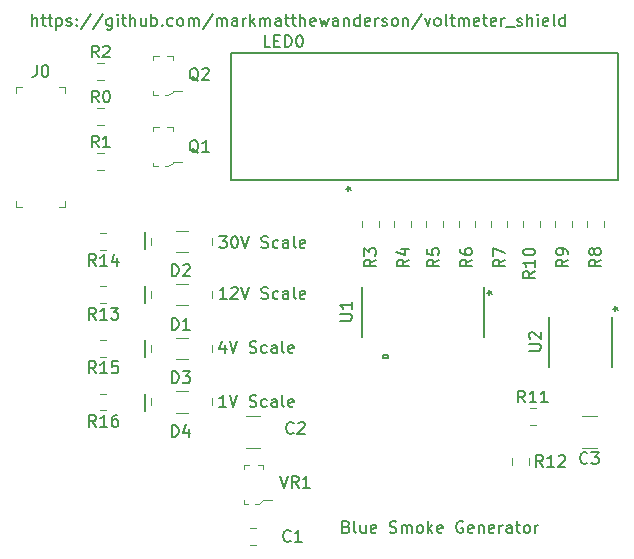
<source format=gbr>
%TF.GenerationSoftware,KiCad,Pcbnew,(5.1.6)-1*%
%TF.CreationDate,2020-09-19T20:41:12-05:00*%
%TF.ProjectId,voltmeter,766f6c74-6d65-4746-9572-2e6b69636164,rev?*%
%TF.SameCoordinates,Original*%
%TF.FileFunction,Legend,Top*%
%TF.FilePolarity,Positive*%
%FSLAX46Y46*%
G04 Gerber Fmt 4.6, Leading zero omitted, Abs format (unit mm)*
G04 Created by KiCad (PCBNEW (5.1.6)-1) date 2020-09-19 20:41:12*
%MOMM*%
%LPD*%
G01*
G04 APERTURE LIST*
%ADD10C,0.150000*%
%ADD11C,0.120000*%
%ADD12C,0.152400*%
%ADD13C,0.100000*%
G04 APERTURE END LIST*
D10*
X126984000Y-115082287D02*
X126984000Y-113653715D01*
X126984000Y-110510287D02*
X126984000Y-109081715D01*
X126984000Y-105938287D02*
X126984000Y-104509715D01*
X127000000Y-101369714D02*
X127000000Y-99941142D01*
X133239333Y-100290380D02*
X133858380Y-100290380D01*
X133525047Y-100671333D01*
X133667904Y-100671333D01*
X133763142Y-100718952D01*
X133810761Y-100766571D01*
X133858380Y-100861809D01*
X133858380Y-101099904D01*
X133810761Y-101195142D01*
X133763142Y-101242761D01*
X133667904Y-101290380D01*
X133382190Y-101290380D01*
X133286952Y-101242761D01*
X133239333Y-101195142D01*
X134477428Y-100290380D02*
X134572666Y-100290380D01*
X134667904Y-100338000D01*
X134715523Y-100385619D01*
X134763142Y-100480857D01*
X134810761Y-100671333D01*
X134810761Y-100909428D01*
X134763142Y-101099904D01*
X134715523Y-101195142D01*
X134667904Y-101242761D01*
X134572666Y-101290380D01*
X134477428Y-101290380D01*
X134382190Y-101242761D01*
X134334571Y-101195142D01*
X134286952Y-101099904D01*
X134239333Y-100909428D01*
X134239333Y-100671333D01*
X134286952Y-100480857D01*
X134334571Y-100385619D01*
X134382190Y-100338000D01*
X134477428Y-100290380D01*
X135096476Y-100290380D02*
X135429809Y-101290380D01*
X135763142Y-100290380D01*
X136810761Y-101242761D02*
X136953619Y-101290380D01*
X137191714Y-101290380D01*
X137286952Y-101242761D01*
X137334571Y-101195142D01*
X137382190Y-101099904D01*
X137382190Y-101004666D01*
X137334571Y-100909428D01*
X137286952Y-100861809D01*
X137191714Y-100814190D01*
X137001238Y-100766571D01*
X136906000Y-100718952D01*
X136858380Y-100671333D01*
X136810761Y-100576095D01*
X136810761Y-100480857D01*
X136858380Y-100385619D01*
X136906000Y-100338000D01*
X137001238Y-100290380D01*
X137239333Y-100290380D01*
X137382190Y-100338000D01*
X138239333Y-101242761D02*
X138144095Y-101290380D01*
X137953619Y-101290380D01*
X137858380Y-101242761D01*
X137810761Y-101195142D01*
X137763142Y-101099904D01*
X137763142Y-100814190D01*
X137810761Y-100718952D01*
X137858380Y-100671333D01*
X137953619Y-100623714D01*
X138144095Y-100623714D01*
X138239333Y-100671333D01*
X139096476Y-101290380D02*
X139096476Y-100766571D01*
X139048857Y-100671333D01*
X138953619Y-100623714D01*
X138763142Y-100623714D01*
X138667904Y-100671333D01*
X139096476Y-101242761D02*
X139001238Y-101290380D01*
X138763142Y-101290380D01*
X138667904Y-101242761D01*
X138620285Y-101147523D01*
X138620285Y-101052285D01*
X138667904Y-100957047D01*
X138763142Y-100909428D01*
X139001238Y-100909428D01*
X139096476Y-100861809D01*
X139715523Y-101290380D02*
X139620285Y-101242761D01*
X139572666Y-101147523D01*
X139572666Y-100290380D01*
X140477428Y-101242761D02*
X140382190Y-101290380D01*
X140191714Y-101290380D01*
X140096476Y-101242761D01*
X140048857Y-101147523D01*
X140048857Y-100766571D01*
X140096476Y-100671333D01*
X140191714Y-100623714D01*
X140382190Y-100623714D01*
X140477428Y-100671333D01*
X140525047Y-100766571D01*
X140525047Y-100861809D01*
X140048857Y-100957047D01*
X133858380Y-105608380D02*
X133286952Y-105608380D01*
X133572666Y-105608380D02*
X133572666Y-104608380D01*
X133477428Y-104751238D01*
X133382190Y-104846476D01*
X133286952Y-104894095D01*
X134239333Y-104703619D02*
X134286952Y-104656000D01*
X134382190Y-104608380D01*
X134620285Y-104608380D01*
X134715523Y-104656000D01*
X134763142Y-104703619D01*
X134810761Y-104798857D01*
X134810761Y-104894095D01*
X134763142Y-105036952D01*
X134191714Y-105608380D01*
X134810761Y-105608380D01*
X135096476Y-104608380D02*
X135429809Y-105608380D01*
X135763142Y-104608380D01*
X136810761Y-105560761D02*
X136953619Y-105608380D01*
X137191714Y-105608380D01*
X137286952Y-105560761D01*
X137334571Y-105513142D01*
X137382190Y-105417904D01*
X137382190Y-105322666D01*
X137334571Y-105227428D01*
X137286952Y-105179809D01*
X137191714Y-105132190D01*
X137001238Y-105084571D01*
X136906000Y-105036952D01*
X136858380Y-104989333D01*
X136810761Y-104894095D01*
X136810761Y-104798857D01*
X136858380Y-104703619D01*
X136906000Y-104656000D01*
X137001238Y-104608380D01*
X137239333Y-104608380D01*
X137382190Y-104656000D01*
X138239333Y-105560761D02*
X138144095Y-105608380D01*
X137953619Y-105608380D01*
X137858380Y-105560761D01*
X137810761Y-105513142D01*
X137763142Y-105417904D01*
X137763142Y-105132190D01*
X137810761Y-105036952D01*
X137858380Y-104989333D01*
X137953619Y-104941714D01*
X138144095Y-104941714D01*
X138239333Y-104989333D01*
X139096476Y-105608380D02*
X139096476Y-105084571D01*
X139048857Y-104989333D01*
X138953619Y-104941714D01*
X138763142Y-104941714D01*
X138667904Y-104989333D01*
X139096476Y-105560761D02*
X139001238Y-105608380D01*
X138763142Y-105608380D01*
X138667904Y-105560761D01*
X138620285Y-105465523D01*
X138620285Y-105370285D01*
X138667904Y-105275047D01*
X138763142Y-105227428D01*
X139001238Y-105227428D01*
X139096476Y-105179809D01*
X139715523Y-105608380D02*
X139620285Y-105560761D01*
X139572666Y-105465523D01*
X139572666Y-104608380D01*
X140477428Y-105560761D02*
X140382190Y-105608380D01*
X140191714Y-105608380D01*
X140096476Y-105560761D01*
X140048857Y-105465523D01*
X140048857Y-105084571D01*
X140096476Y-104989333D01*
X140191714Y-104941714D01*
X140382190Y-104941714D01*
X140477428Y-104989333D01*
X140525047Y-105084571D01*
X140525047Y-105179809D01*
X140048857Y-105275047D01*
X133731333Y-109513714D02*
X133731333Y-110180380D01*
X133493238Y-109132761D02*
X133255142Y-109847047D01*
X133874190Y-109847047D01*
X134112285Y-109180380D02*
X134445619Y-110180380D01*
X134778952Y-109180380D01*
X135826571Y-110132761D02*
X135969428Y-110180380D01*
X136207523Y-110180380D01*
X136302761Y-110132761D01*
X136350380Y-110085142D01*
X136398000Y-109989904D01*
X136398000Y-109894666D01*
X136350380Y-109799428D01*
X136302761Y-109751809D01*
X136207523Y-109704190D01*
X136017047Y-109656571D01*
X135921809Y-109608952D01*
X135874190Y-109561333D01*
X135826571Y-109466095D01*
X135826571Y-109370857D01*
X135874190Y-109275619D01*
X135921809Y-109228000D01*
X136017047Y-109180380D01*
X136255142Y-109180380D01*
X136398000Y-109228000D01*
X137255142Y-110132761D02*
X137159904Y-110180380D01*
X136969428Y-110180380D01*
X136874190Y-110132761D01*
X136826571Y-110085142D01*
X136778952Y-109989904D01*
X136778952Y-109704190D01*
X136826571Y-109608952D01*
X136874190Y-109561333D01*
X136969428Y-109513714D01*
X137159904Y-109513714D01*
X137255142Y-109561333D01*
X138112285Y-110180380D02*
X138112285Y-109656571D01*
X138064666Y-109561333D01*
X137969428Y-109513714D01*
X137778952Y-109513714D01*
X137683714Y-109561333D01*
X138112285Y-110132761D02*
X138017047Y-110180380D01*
X137778952Y-110180380D01*
X137683714Y-110132761D01*
X137636095Y-110037523D01*
X137636095Y-109942285D01*
X137683714Y-109847047D01*
X137778952Y-109799428D01*
X138017047Y-109799428D01*
X138112285Y-109751809D01*
X138731333Y-110180380D02*
X138636095Y-110132761D01*
X138588476Y-110037523D01*
X138588476Y-109180380D01*
X139493238Y-110132761D02*
X139398000Y-110180380D01*
X139207523Y-110180380D01*
X139112285Y-110132761D01*
X139064666Y-110037523D01*
X139064666Y-109656571D01*
X139112285Y-109561333D01*
X139207523Y-109513714D01*
X139398000Y-109513714D01*
X139493238Y-109561333D01*
X139540857Y-109656571D01*
X139540857Y-109751809D01*
X139064666Y-109847047D01*
X133826571Y-114752380D02*
X133255142Y-114752380D01*
X133540857Y-114752380D02*
X133540857Y-113752380D01*
X133445619Y-113895238D01*
X133350380Y-113990476D01*
X133255142Y-114038095D01*
X134112285Y-113752380D02*
X134445619Y-114752380D01*
X134778952Y-113752380D01*
X135826571Y-114704761D02*
X135969428Y-114752380D01*
X136207523Y-114752380D01*
X136302761Y-114704761D01*
X136350380Y-114657142D01*
X136398000Y-114561904D01*
X136398000Y-114466666D01*
X136350380Y-114371428D01*
X136302761Y-114323809D01*
X136207523Y-114276190D01*
X136017047Y-114228571D01*
X135921809Y-114180952D01*
X135874190Y-114133333D01*
X135826571Y-114038095D01*
X135826571Y-113942857D01*
X135874190Y-113847619D01*
X135921809Y-113800000D01*
X136017047Y-113752380D01*
X136255142Y-113752380D01*
X136398000Y-113800000D01*
X137255142Y-114704761D02*
X137159904Y-114752380D01*
X136969428Y-114752380D01*
X136874190Y-114704761D01*
X136826571Y-114657142D01*
X136778952Y-114561904D01*
X136778952Y-114276190D01*
X136826571Y-114180952D01*
X136874190Y-114133333D01*
X136969428Y-114085714D01*
X137159904Y-114085714D01*
X137255142Y-114133333D01*
X138112285Y-114752380D02*
X138112285Y-114228571D01*
X138064666Y-114133333D01*
X137969428Y-114085714D01*
X137778952Y-114085714D01*
X137683714Y-114133333D01*
X138112285Y-114704761D02*
X138017047Y-114752380D01*
X137778952Y-114752380D01*
X137683714Y-114704761D01*
X137636095Y-114609523D01*
X137636095Y-114514285D01*
X137683714Y-114419047D01*
X137778952Y-114371428D01*
X138017047Y-114371428D01*
X138112285Y-114323809D01*
X138731333Y-114752380D02*
X138636095Y-114704761D01*
X138588476Y-114609523D01*
X138588476Y-113752380D01*
X139493238Y-114704761D02*
X139398000Y-114752380D01*
X139207523Y-114752380D01*
X139112285Y-114704761D01*
X139064666Y-114609523D01*
X139064666Y-114228571D01*
X139112285Y-114133333D01*
X139207523Y-114085714D01*
X139398000Y-114085714D01*
X139493238Y-114133333D01*
X139540857Y-114228571D01*
X139540857Y-114323809D01*
X139064666Y-114419047D01*
X117406380Y-82494380D02*
X117406380Y-81494380D01*
X117834952Y-82494380D02*
X117834952Y-81970571D01*
X117787333Y-81875333D01*
X117692095Y-81827714D01*
X117549238Y-81827714D01*
X117454000Y-81875333D01*
X117406380Y-81922952D01*
X118168285Y-81827714D02*
X118549238Y-81827714D01*
X118311142Y-81494380D02*
X118311142Y-82351523D01*
X118358761Y-82446761D01*
X118454000Y-82494380D01*
X118549238Y-82494380D01*
X118739714Y-81827714D02*
X119120666Y-81827714D01*
X118882571Y-81494380D02*
X118882571Y-82351523D01*
X118930190Y-82446761D01*
X119025428Y-82494380D01*
X119120666Y-82494380D01*
X119454000Y-81827714D02*
X119454000Y-82827714D01*
X119454000Y-81875333D02*
X119549238Y-81827714D01*
X119739714Y-81827714D01*
X119834952Y-81875333D01*
X119882571Y-81922952D01*
X119930190Y-82018190D01*
X119930190Y-82303904D01*
X119882571Y-82399142D01*
X119834952Y-82446761D01*
X119739714Y-82494380D01*
X119549238Y-82494380D01*
X119454000Y-82446761D01*
X120311142Y-82446761D02*
X120406380Y-82494380D01*
X120596857Y-82494380D01*
X120692095Y-82446761D01*
X120739714Y-82351523D01*
X120739714Y-82303904D01*
X120692095Y-82208666D01*
X120596857Y-82161047D01*
X120454000Y-82161047D01*
X120358761Y-82113428D01*
X120311142Y-82018190D01*
X120311142Y-81970571D01*
X120358761Y-81875333D01*
X120454000Y-81827714D01*
X120596857Y-81827714D01*
X120692095Y-81875333D01*
X121168285Y-82399142D02*
X121215904Y-82446761D01*
X121168285Y-82494380D01*
X121120666Y-82446761D01*
X121168285Y-82399142D01*
X121168285Y-82494380D01*
X121168285Y-81875333D02*
X121215904Y-81922952D01*
X121168285Y-81970571D01*
X121120666Y-81922952D01*
X121168285Y-81875333D01*
X121168285Y-81970571D01*
X122358761Y-81446761D02*
X121501619Y-82732476D01*
X123406380Y-81446761D02*
X122549238Y-82732476D01*
X124168285Y-81827714D02*
X124168285Y-82637238D01*
X124120666Y-82732476D01*
X124073047Y-82780095D01*
X123977809Y-82827714D01*
X123834952Y-82827714D01*
X123739714Y-82780095D01*
X124168285Y-82446761D02*
X124073047Y-82494380D01*
X123882571Y-82494380D01*
X123787333Y-82446761D01*
X123739714Y-82399142D01*
X123692095Y-82303904D01*
X123692095Y-82018190D01*
X123739714Y-81922952D01*
X123787333Y-81875333D01*
X123882571Y-81827714D01*
X124073047Y-81827714D01*
X124168285Y-81875333D01*
X124644476Y-82494380D02*
X124644476Y-81827714D01*
X124644476Y-81494380D02*
X124596857Y-81542000D01*
X124644476Y-81589619D01*
X124692095Y-81542000D01*
X124644476Y-81494380D01*
X124644476Y-81589619D01*
X124977809Y-81827714D02*
X125358761Y-81827714D01*
X125120666Y-81494380D02*
X125120666Y-82351523D01*
X125168285Y-82446761D01*
X125263523Y-82494380D01*
X125358761Y-82494380D01*
X125692095Y-82494380D02*
X125692095Y-81494380D01*
X126120666Y-82494380D02*
X126120666Y-81970571D01*
X126073047Y-81875333D01*
X125977809Y-81827714D01*
X125834952Y-81827714D01*
X125739714Y-81875333D01*
X125692095Y-81922952D01*
X127025428Y-81827714D02*
X127025428Y-82494380D01*
X126596857Y-81827714D02*
X126596857Y-82351523D01*
X126644476Y-82446761D01*
X126739714Y-82494380D01*
X126882571Y-82494380D01*
X126977809Y-82446761D01*
X127025428Y-82399142D01*
X127501619Y-82494380D02*
X127501619Y-81494380D01*
X127501619Y-81875333D02*
X127596857Y-81827714D01*
X127787333Y-81827714D01*
X127882571Y-81875333D01*
X127930190Y-81922952D01*
X127977809Y-82018190D01*
X127977809Y-82303904D01*
X127930190Y-82399142D01*
X127882571Y-82446761D01*
X127787333Y-82494380D01*
X127596857Y-82494380D01*
X127501619Y-82446761D01*
X128406380Y-82399142D02*
X128454000Y-82446761D01*
X128406380Y-82494380D01*
X128358761Y-82446761D01*
X128406380Y-82399142D01*
X128406380Y-82494380D01*
X129311142Y-82446761D02*
X129215904Y-82494380D01*
X129025428Y-82494380D01*
X128930190Y-82446761D01*
X128882571Y-82399142D01*
X128834952Y-82303904D01*
X128834952Y-82018190D01*
X128882571Y-81922952D01*
X128930190Y-81875333D01*
X129025428Y-81827714D01*
X129215904Y-81827714D01*
X129311142Y-81875333D01*
X129882571Y-82494380D02*
X129787333Y-82446761D01*
X129739714Y-82399142D01*
X129692095Y-82303904D01*
X129692095Y-82018190D01*
X129739714Y-81922952D01*
X129787333Y-81875333D01*
X129882571Y-81827714D01*
X130025428Y-81827714D01*
X130120666Y-81875333D01*
X130168285Y-81922952D01*
X130215904Y-82018190D01*
X130215904Y-82303904D01*
X130168285Y-82399142D01*
X130120666Y-82446761D01*
X130025428Y-82494380D01*
X129882571Y-82494380D01*
X130644476Y-82494380D02*
X130644476Y-81827714D01*
X130644476Y-81922952D02*
X130692095Y-81875333D01*
X130787333Y-81827714D01*
X130930190Y-81827714D01*
X131025428Y-81875333D01*
X131073047Y-81970571D01*
X131073047Y-82494380D01*
X131073047Y-81970571D02*
X131120666Y-81875333D01*
X131215904Y-81827714D01*
X131358761Y-81827714D01*
X131454000Y-81875333D01*
X131501619Y-81970571D01*
X131501619Y-82494380D01*
X132692095Y-81446761D02*
X131834952Y-82732476D01*
X133025428Y-82494380D02*
X133025428Y-81827714D01*
X133025428Y-81922952D02*
X133073047Y-81875333D01*
X133168285Y-81827714D01*
X133311142Y-81827714D01*
X133406380Y-81875333D01*
X133454000Y-81970571D01*
X133454000Y-82494380D01*
X133454000Y-81970571D02*
X133501619Y-81875333D01*
X133596857Y-81827714D01*
X133739714Y-81827714D01*
X133834952Y-81875333D01*
X133882571Y-81970571D01*
X133882571Y-82494380D01*
X134787333Y-82494380D02*
X134787333Y-81970571D01*
X134739714Y-81875333D01*
X134644476Y-81827714D01*
X134454000Y-81827714D01*
X134358761Y-81875333D01*
X134787333Y-82446761D02*
X134692095Y-82494380D01*
X134454000Y-82494380D01*
X134358761Y-82446761D01*
X134311142Y-82351523D01*
X134311142Y-82256285D01*
X134358761Y-82161047D01*
X134454000Y-82113428D01*
X134692095Y-82113428D01*
X134787333Y-82065809D01*
X135263523Y-82494380D02*
X135263523Y-81827714D01*
X135263523Y-82018190D02*
X135311142Y-81922952D01*
X135358761Y-81875333D01*
X135454000Y-81827714D01*
X135549238Y-81827714D01*
X135882571Y-82494380D02*
X135882571Y-81494380D01*
X135977809Y-82113428D02*
X136263523Y-82494380D01*
X136263523Y-81827714D02*
X135882571Y-82208666D01*
X136692095Y-82494380D02*
X136692095Y-81827714D01*
X136692095Y-81922952D02*
X136739714Y-81875333D01*
X136834952Y-81827714D01*
X136977809Y-81827714D01*
X137073047Y-81875333D01*
X137120666Y-81970571D01*
X137120666Y-82494380D01*
X137120666Y-81970571D02*
X137168285Y-81875333D01*
X137263523Y-81827714D01*
X137406380Y-81827714D01*
X137501619Y-81875333D01*
X137549238Y-81970571D01*
X137549238Y-82494380D01*
X138454000Y-82494380D02*
X138454000Y-81970571D01*
X138406380Y-81875333D01*
X138311142Y-81827714D01*
X138120666Y-81827714D01*
X138025428Y-81875333D01*
X138454000Y-82446761D02*
X138358761Y-82494380D01*
X138120666Y-82494380D01*
X138025428Y-82446761D01*
X137977809Y-82351523D01*
X137977809Y-82256285D01*
X138025428Y-82161047D01*
X138120666Y-82113428D01*
X138358761Y-82113428D01*
X138454000Y-82065809D01*
X138787333Y-81827714D02*
X139168285Y-81827714D01*
X138930190Y-81494380D02*
X138930190Y-82351523D01*
X138977809Y-82446761D01*
X139073047Y-82494380D01*
X139168285Y-82494380D01*
X139358761Y-81827714D02*
X139739714Y-81827714D01*
X139501619Y-81494380D02*
X139501619Y-82351523D01*
X139549238Y-82446761D01*
X139644476Y-82494380D01*
X139739714Y-82494380D01*
X140073047Y-82494380D02*
X140073047Y-81494380D01*
X140501619Y-82494380D02*
X140501619Y-81970571D01*
X140454000Y-81875333D01*
X140358761Y-81827714D01*
X140215904Y-81827714D01*
X140120666Y-81875333D01*
X140073047Y-81922952D01*
X141358761Y-82446761D02*
X141263523Y-82494380D01*
X141073047Y-82494380D01*
X140977809Y-82446761D01*
X140930190Y-82351523D01*
X140930190Y-81970571D01*
X140977809Y-81875333D01*
X141073047Y-81827714D01*
X141263523Y-81827714D01*
X141358761Y-81875333D01*
X141406380Y-81970571D01*
X141406380Y-82065809D01*
X140930190Y-82161047D01*
X141739714Y-81827714D02*
X141930190Y-82494380D01*
X142120666Y-82018190D01*
X142311142Y-82494380D01*
X142501619Y-81827714D01*
X143311142Y-82494380D02*
X143311142Y-81970571D01*
X143263523Y-81875333D01*
X143168285Y-81827714D01*
X142977809Y-81827714D01*
X142882571Y-81875333D01*
X143311142Y-82446761D02*
X143215904Y-82494380D01*
X142977809Y-82494380D01*
X142882571Y-82446761D01*
X142834952Y-82351523D01*
X142834952Y-82256285D01*
X142882571Y-82161047D01*
X142977809Y-82113428D01*
X143215904Y-82113428D01*
X143311142Y-82065809D01*
X143787333Y-81827714D02*
X143787333Y-82494380D01*
X143787333Y-81922952D02*
X143834952Y-81875333D01*
X143930190Y-81827714D01*
X144073047Y-81827714D01*
X144168285Y-81875333D01*
X144215904Y-81970571D01*
X144215904Y-82494380D01*
X145120666Y-82494380D02*
X145120666Y-81494380D01*
X145120666Y-82446761D02*
X145025428Y-82494380D01*
X144834952Y-82494380D01*
X144739714Y-82446761D01*
X144692095Y-82399142D01*
X144644476Y-82303904D01*
X144644476Y-82018190D01*
X144692095Y-81922952D01*
X144739714Y-81875333D01*
X144834952Y-81827714D01*
X145025428Y-81827714D01*
X145120666Y-81875333D01*
X145977809Y-82446761D02*
X145882571Y-82494380D01*
X145692095Y-82494380D01*
X145596857Y-82446761D01*
X145549238Y-82351523D01*
X145549238Y-81970571D01*
X145596857Y-81875333D01*
X145692095Y-81827714D01*
X145882571Y-81827714D01*
X145977809Y-81875333D01*
X146025428Y-81970571D01*
X146025428Y-82065809D01*
X145549238Y-82161047D01*
X146454000Y-82494380D02*
X146454000Y-81827714D01*
X146454000Y-82018190D02*
X146501619Y-81922952D01*
X146549238Y-81875333D01*
X146644476Y-81827714D01*
X146739714Y-81827714D01*
X147025428Y-82446761D02*
X147120666Y-82494380D01*
X147311142Y-82494380D01*
X147406380Y-82446761D01*
X147454000Y-82351523D01*
X147454000Y-82303904D01*
X147406380Y-82208666D01*
X147311142Y-82161047D01*
X147168285Y-82161047D01*
X147073047Y-82113428D01*
X147025428Y-82018190D01*
X147025428Y-81970571D01*
X147073047Y-81875333D01*
X147168285Y-81827714D01*
X147311142Y-81827714D01*
X147406380Y-81875333D01*
X148025428Y-82494380D02*
X147930190Y-82446761D01*
X147882571Y-82399142D01*
X147834952Y-82303904D01*
X147834952Y-82018190D01*
X147882571Y-81922952D01*
X147930190Y-81875333D01*
X148025428Y-81827714D01*
X148168285Y-81827714D01*
X148263523Y-81875333D01*
X148311142Y-81922952D01*
X148358761Y-82018190D01*
X148358761Y-82303904D01*
X148311142Y-82399142D01*
X148263523Y-82446761D01*
X148168285Y-82494380D01*
X148025428Y-82494380D01*
X148787333Y-81827714D02*
X148787333Y-82494380D01*
X148787333Y-81922952D02*
X148834952Y-81875333D01*
X148930190Y-81827714D01*
X149073047Y-81827714D01*
X149168285Y-81875333D01*
X149215904Y-81970571D01*
X149215904Y-82494380D01*
X150406380Y-81446761D02*
X149549238Y-82732476D01*
X150644476Y-81827714D02*
X150882571Y-82494380D01*
X151120666Y-81827714D01*
X151644476Y-82494380D02*
X151549238Y-82446761D01*
X151501619Y-82399142D01*
X151454000Y-82303904D01*
X151454000Y-82018190D01*
X151501619Y-81922952D01*
X151549238Y-81875333D01*
X151644476Y-81827714D01*
X151787333Y-81827714D01*
X151882571Y-81875333D01*
X151930190Y-81922952D01*
X151977809Y-82018190D01*
X151977809Y-82303904D01*
X151930190Y-82399142D01*
X151882571Y-82446761D01*
X151787333Y-82494380D01*
X151644476Y-82494380D01*
X152549238Y-82494380D02*
X152454000Y-82446761D01*
X152406380Y-82351523D01*
X152406380Y-81494380D01*
X152787333Y-81827714D02*
X153168285Y-81827714D01*
X152930190Y-81494380D02*
X152930190Y-82351523D01*
X152977809Y-82446761D01*
X153073047Y-82494380D01*
X153168285Y-82494380D01*
X153501619Y-82494380D02*
X153501619Y-81827714D01*
X153501619Y-81922952D02*
X153549238Y-81875333D01*
X153644476Y-81827714D01*
X153787333Y-81827714D01*
X153882571Y-81875333D01*
X153930190Y-81970571D01*
X153930190Y-82494380D01*
X153930190Y-81970571D02*
X153977809Y-81875333D01*
X154073047Y-81827714D01*
X154215904Y-81827714D01*
X154311142Y-81875333D01*
X154358761Y-81970571D01*
X154358761Y-82494380D01*
X155215904Y-82446761D02*
X155120666Y-82494380D01*
X154930190Y-82494380D01*
X154834952Y-82446761D01*
X154787333Y-82351523D01*
X154787333Y-81970571D01*
X154834952Y-81875333D01*
X154930190Y-81827714D01*
X155120666Y-81827714D01*
X155215904Y-81875333D01*
X155263523Y-81970571D01*
X155263523Y-82065809D01*
X154787333Y-82161047D01*
X155549238Y-81827714D02*
X155930190Y-81827714D01*
X155692095Y-81494380D02*
X155692095Y-82351523D01*
X155739714Y-82446761D01*
X155834952Y-82494380D01*
X155930190Y-82494380D01*
X156644476Y-82446761D02*
X156549238Y-82494380D01*
X156358761Y-82494380D01*
X156263523Y-82446761D01*
X156215904Y-82351523D01*
X156215904Y-81970571D01*
X156263523Y-81875333D01*
X156358761Y-81827714D01*
X156549238Y-81827714D01*
X156644476Y-81875333D01*
X156692095Y-81970571D01*
X156692095Y-82065809D01*
X156215904Y-82161047D01*
X157120666Y-82494380D02*
X157120666Y-81827714D01*
X157120666Y-82018190D02*
X157168285Y-81922952D01*
X157215904Y-81875333D01*
X157311142Y-81827714D01*
X157406380Y-81827714D01*
X157501619Y-82589619D02*
X158263523Y-82589619D01*
X158454000Y-82446761D02*
X158549238Y-82494380D01*
X158739714Y-82494380D01*
X158834952Y-82446761D01*
X158882571Y-82351523D01*
X158882571Y-82303904D01*
X158834952Y-82208666D01*
X158739714Y-82161047D01*
X158596857Y-82161047D01*
X158501619Y-82113428D01*
X158454000Y-82018190D01*
X158454000Y-81970571D01*
X158501619Y-81875333D01*
X158596857Y-81827714D01*
X158739714Y-81827714D01*
X158834952Y-81875333D01*
X159311142Y-82494380D02*
X159311142Y-81494380D01*
X159739714Y-82494380D02*
X159739714Y-81970571D01*
X159692095Y-81875333D01*
X159596857Y-81827714D01*
X159454000Y-81827714D01*
X159358761Y-81875333D01*
X159311142Y-81922952D01*
X160215904Y-82494380D02*
X160215904Y-81827714D01*
X160215904Y-81494380D02*
X160168285Y-81542000D01*
X160215904Y-81589619D01*
X160263523Y-81542000D01*
X160215904Y-81494380D01*
X160215904Y-81589619D01*
X161073047Y-82446761D02*
X160977809Y-82494380D01*
X160787333Y-82494380D01*
X160692095Y-82446761D01*
X160644476Y-82351523D01*
X160644476Y-81970571D01*
X160692095Y-81875333D01*
X160787333Y-81827714D01*
X160977809Y-81827714D01*
X161073047Y-81875333D01*
X161120666Y-81970571D01*
X161120666Y-82065809D01*
X160644476Y-82161047D01*
X161692095Y-82494380D02*
X161596857Y-82446761D01*
X161549238Y-82351523D01*
X161549238Y-81494380D01*
X162501619Y-82494380D02*
X162501619Y-81494380D01*
X162501619Y-82446761D02*
X162406380Y-82494380D01*
X162215904Y-82494380D01*
X162120666Y-82446761D01*
X162073047Y-82399142D01*
X162025428Y-82303904D01*
X162025428Y-82018190D01*
X162073047Y-81922952D01*
X162120666Y-81875333D01*
X162215904Y-81827714D01*
X162406380Y-81827714D01*
X162501619Y-81875333D01*
X144011047Y-124896571D02*
X144153904Y-124944190D01*
X144201523Y-124991809D01*
X144249142Y-125087047D01*
X144249142Y-125229904D01*
X144201523Y-125325142D01*
X144153904Y-125372761D01*
X144058666Y-125420380D01*
X143677714Y-125420380D01*
X143677714Y-124420380D01*
X144011047Y-124420380D01*
X144106285Y-124468000D01*
X144153904Y-124515619D01*
X144201523Y-124610857D01*
X144201523Y-124706095D01*
X144153904Y-124801333D01*
X144106285Y-124848952D01*
X144011047Y-124896571D01*
X143677714Y-124896571D01*
X144820571Y-125420380D02*
X144725333Y-125372761D01*
X144677714Y-125277523D01*
X144677714Y-124420380D01*
X145630095Y-124753714D02*
X145630095Y-125420380D01*
X145201523Y-124753714D02*
X145201523Y-125277523D01*
X145249142Y-125372761D01*
X145344380Y-125420380D01*
X145487238Y-125420380D01*
X145582476Y-125372761D01*
X145630095Y-125325142D01*
X146487238Y-125372761D02*
X146392000Y-125420380D01*
X146201523Y-125420380D01*
X146106285Y-125372761D01*
X146058666Y-125277523D01*
X146058666Y-124896571D01*
X146106285Y-124801333D01*
X146201523Y-124753714D01*
X146392000Y-124753714D01*
X146487238Y-124801333D01*
X146534857Y-124896571D01*
X146534857Y-124991809D01*
X146058666Y-125087047D01*
X147677714Y-125372761D02*
X147820571Y-125420380D01*
X148058666Y-125420380D01*
X148153904Y-125372761D01*
X148201523Y-125325142D01*
X148249142Y-125229904D01*
X148249142Y-125134666D01*
X148201523Y-125039428D01*
X148153904Y-124991809D01*
X148058666Y-124944190D01*
X147868190Y-124896571D01*
X147772952Y-124848952D01*
X147725333Y-124801333D01*
X147677714Y-124706095D01*
X147677714Y-124610857D01*
X147725333Y-124515619D01*
X147772952Y-124468000D01*
X147868190Y-124420380D01*
X148106285Y-124420380D01*
X148249142Y-124468000D01*
X148677714Y-125420380D02*
X148677714Y-124753714D01*
X148677714Y-124848952D02*
X148725333Y-124801333D01*
X148820571Y-124753714D01*
X148963428Y-124753714D01*
X149058666Y-124801333D01*
X149106285Y-124896571D01*
X149106285Y-125420380D01*
X149106285Y-124896571D02*
X149153904Y-124801333D01*
X149249142Y-124753714D01*
X149392000Y-124753714D01*
X149487238Y-124801333D01*
X149534857Y-124896571D01*
X149534857Y-125420380D01*
X150153904Y-125420380D02*
X150058666Y-125372761D01*
X150011047Y-125325142D01*
X149963428Y-125229904D01*
X149963428Y-124944190D01*
X150011047Y-124848952D01*
X150058666Y-124801333D01*
X150153904Y-124753714D01*
X150296761Y-124753714D01*
X150392000Y-124801333D01*
X150439619Y-124848952D01*
X150487238Y-124944190D01*
X150487238Y-125229904D01*
X150439619Y-125325142D01*
X150392000Y-125372761D01*
X150296761Y-125420380D01*
X150153904Y-125420380D01*
X150915809Y-125420380D02*
X150915809Y-124420380D01*
X151011047Y-125039428D02*
X151296761Y-125420380D01*
X151296761Y-124753714D02*
X150915809Y-125134666D01*
X152106285Y-125372761D02*
X152011047Y-125420380D01*
X151820571Y-125420380D01*
X151725333Y-125372761D01*
X151677714Y-125277523D01*
X151677714Y-124896571D01*
X151725333Y-124801333D01*
X151820571Y-124753714D01*
X152011047Y-124753714D01*
X152106285Y-124801333D01*
X152153904Y-124896571D01*
X152153904Y-124991809D01*
X151677714Y-125087047D01*
X153868190Y-124468000D02*
X153772952Y-124420380D01*
X153630095Y-124420380D01*
X153487238Y-124468000D01*
X153392000Y-124563238D01*
X153344380Y-124658476D01*
X153296761Y-124848952D01*
X153296761Y-124991809D01*
X153344380Y-125182285D01*
X153392000Y-125277523D01*
X153487238Y-125372761D01*
X153630095Y-125420380D01*
X153725333Y-125420380D01*
X153868190Y-125372761D01*
X153915809Y-125325142D01*
X153915809Y-124991809D01*
X153725333Y-124991809D01*
X154725333Y-125372761D02*
X154630095Y-125420380D01*
X154439619Y-125420380D01*
X154344380Y-125372761D01*
X154296761Y-125277523D01*
X154296761Y-124896571D01*
X154344380Y-124801333D01*
X154439619Y-124753714D01*
X154630095Y-124753714D01*
X154725333Y-124801333D01*
X154772952Y-124896571D01*
X154772952Y-124991809D01*
X154296761Y-125087047D01*
X155201523Y-124753714D02*
X155201523Y-125420380D01*
X155201523Y-124848952D02*
X155249142Y-124801333D01*
X155344380Y-124753714D01*
X155487238Y-124753714D01*
X155582476Y-124801333D01*
X155630095Y-124896571D01*
X155630095Y-125420380D01*
X156487238Y-125372761D02*
X156392000Y-125420380D01*
X156201523Y-125420380D01*
X156106285Y-125372761D01*
X156058666Y-125277523D01*
X156058666Y-124896571D01*
X156106285Y-124801333D01*
X156201523Y-124753714D01*
X156392000Y-124753714D01*
X156487238Y-124801333D01*
X156534857Y-124896571D01*
X156534857Y-124991809D01*
X156058666Y-125087047D01*
X156963428Y-125420380D02*
X156963428Y-124753714D01*
X156963428Y-124944190D02*
X157011047Y-124848952D01*
X157058666Y-124801333D01*
X157153904Y-124753714D01*
X157249142Y-124753714D01*
X158011047Y-125420380D02*
X158011047Y-124896571D01*
X157963428Y-124801333D01*
X157868190Y-124753714D01*
X157677714Y-124753714D01*
X157582476Y-124801333D01*
X158011047Y-125372761D02*
X157915809Y-125420380D01*
X157677714Y-125420380D01*
X157582476Y-125372761D01*
X157534857Y-125277523D01*
X157534857Y-125182285D01*
X157582476Y-125087047D01*
X157677714Y-125039428D01*
X157915809Y-125039428D01*
X158011047Y-124991809D01*
X158344380Y-124753714D02*
X158725333Y-124753714D01*
X158487238Y-124420380D02*
X158487238Y-125277523D01*
X158534857Y-125372761D01*
X158630095Y-125420380D01*
X158725333Y-125420380D01*
X159201523Y-125420380D02*
X159106285Y-125372761D01*
X159058666Y-125325142D01*
X159011047Y-125229904D01*
X159011047Y-124944190D01*
X159058666Y-124848952D01*
X159106285Y-124801333D01*
X159201523Y-124753714D01*
X159344380Y-124753714D01*
X159439619Y-124801333D01*
X159487238Y-124848952D01*
X159534857Y-124944190D01*
X159534857Y-125229904D01*
X159487238Y-125325142D01*
X159439619Y-125372761D01*
X159344380Y-125420380D01*
X159201523Y-125420380D01*
X159963428Y-125420380D02*
X159963428Y-124753714D01*
X159963428Y-124944190D02*
X160011047Y-124848952D01*
X160058666Y-124801333D01*
X160153904Y-124753714D01*
X160249142Y-124753714D01*
D11*
%TO.C,C3*%
X165185064Y-118200000D02*
X163980936Y-118200000D01*
X165185064Y-115480000D02*
X163980936Y-115480000D01*
%TO.C,C2*%
X136713065Y-118200000D02*
X135508937Y-118200000D01*
X136713065Y-115480000D02*
X135508937Y-115480000D01*
D12*
%TO.C,LED0*%
X166979600Y-95516700D02*
X166979600Y-84823300D01*
X166979600Y-84823300D02*
X134264400Y-84823300D01*
X134264400Y-84823300D02*
X134264400Y-95516700D01*
X134264400Y-95516700D02*
X166979600Y-95516700D01*
D13*
%TO.C,VR1*%
X136311001Y-122935000D02*
X136586001Y-122935000D01*
X136586001Y-122935000D02*
X136961001Y-122660000D01*
X136961001Y-122660000D02*
X136961001Y-122610000D01*
X136961001Y-122610000D02*
X137736001Y-122610000D01*
X136486001Y-119635000D02*
X136961001Y-119635000D01*
X136961001Y-119635000D02*
X136961001Y-119985000D01*
X135311001Y-119860000D02*
X135311001Y-119985000D01*
X135311001Y-119935000D02*
X135311001Y-119635000D01*
X135311001Y-119635000D02*
X135761001Y-119635000D01*
X135686001Y-122935000D02*
X135311001Y-122935000D01*
X135311001Y-122935000D02*
X135311001Y-122635000D01*
D12*
%TO.C,U2*%
X161201100Y-107099100D02*
X161201100Y-111340900D01*
X166458900Y-111340900D02*
X166458900Y-107099100D01*
%TO.C,U1*%
X145364200Y-104559100D02*
X145364200Y-108800900D01*
X155625800Y-108800900D02*
X155625800Y-104559100D01*
X147510500Y-110642400D02*
X147129500Y-110642400D01*
X147129500Y-110642400D02*
X147129500Y-110388400D01*
X147129500Y-110388400D02*
X147510500Y-110388400D01*
X147510500Y-110388400D02*
X147510500Y-110642400D01*
D11*
%TO.C,R16*%
X123696252Y-115041902D02*
X123173748Y-115041902D01*
X123696252Y-113621902D02*
X123173748Y-113621902D01*
%TO.C,R15*%
X123696252Y-110505077D02*
X123173748Y-110505077D01*
X123696252Y-109085077D02*
X123173748Y-109085077D01*
%TO.C,R14*%
X123696252Y-101431427D02*
X123173748Y-101431427D01*
X123696252Y-100011427D02*
X123173748Y-100011427D01*
%TO.C,R13*%
X123696252Y-105968252D02*
X123173748Y-105968252D01*
X123696252Y-104548252D02*
X123173748Y-104548252D01*
%TO.C,R12*%
X159460000Y-119118748D02*
X159460000Y-119641252D01*
X158040000Y-119118748D02*
X158040000Y-119641252D01*
%TO.C,R11*%
X159513748Y-114860000D02*
X160036252Y-114860000D01*
X159513748Y-116280000D02*
X160036252Y-116280000D01*
%TO.C,R10*%
X160367140Y-99023748D02*
X160367140Y-99546252D01*
X158947140Y-99023748D02*
X158947140Y-99546252D01*
%TO.C,R9*%
X163088568Y-99023748D02*
X163088568Y-99546252D01*
X161668568Y-99023748D02*
X161668568Y-99546252D01*
%TO.C,R8*%
X165810000Y-99023748D02*
X165810000Y-99546252D01*
X164390000Y-99023748D02*
X164390000Y-99546252D01*
%TO.C,R7*%
X157645712Y-99023748D02*
X157645712Y-99546252D01*
X156225712Y-99023748D02*
X156225712Y-99546252D01*
%TO.C,R6*%
X154924284Y-99023748D02*
X154924284Y-99546252D01*
X153504284Y-99023748D02*
X153504284Y-99546252D01*
%TO.C,R5*%
X152202856Y-99023748D02*
X152202856Y-99546252D01*
X150782856Y-99023748D02*
X150782856Y-99546252D01*
%TO.C,R4*%
X149481428Y-99023748D02*
X149481428Y-99546252D01*
X148061428Y-99023748D02*
X148061428Y-99546252D01*
%TO.C,R3*%
X146760000Y-99023748D02*
X146760000Y-99546252D01*
X145340000Y-99023748D02*
X145340000Y-99546252D01*
%TO.C,R2*%
X122928748Y-85650000D02*
X123451252Y-85650000D01*
X122928748Y-87070000D02*
X123451252Y-87070000D01*
%TO.C,R1*%
X122928748Y-93270000D02*
X123451252Y-93270000D01*
X122928748Y-94690000D02*
X123451252Y-94690000D01*
%TO.C,R0*%
X122928748Y-89460000D02*
X123451252Y-89460000D01*
X122928748Y-90880000D02*
X123451252Y-90880000D01*
D13*
%TO.C,Q2*%
X128665000Y-88330000D02*
X128940000Y-88330000D01*
X128940000Y-88330000D02*
X129315000Y-88055000D01*
X129315000Y-88055000D02*
X129315000Y-88005000D01*
X129315000Y-88005000D02*
X130090000Y-88005000D01*
X128840000Y-85030000D02*
X129315000Y-85030000D01*
X129315000Y-85030000D02*
X129315000Y-85380000D01*
X127665000Y-85255000D02*
X127665000Y-85380000D01*
X127665000Y-85330000D02*
X127665000Y-85030000D01*
X127665000Y-85030000D02*
X128115000Y-85030000D01*
X128040000Y-88330000D02*
X127665000Y-88330000D01*
X127665000Y-88330000D02*
X127665000Y-88030000D01*
%TO.C,Q1*%
X128665000Y-94360000D02*
X128940000Y-94360000D01*
X128940000Y-94360000D02*
X129315000Y-94085000D01*
X129315000Y-94085000D02*
X129315000Y-94035000D01*
X129315000Y-94035000D02*
X130090000Y-94035000D01*
X128840000Y-91060000D02*
X129315000Y-91060000D01*
X129315000Y-91060000D02*
X129315000Y-91410000D01*
X127665000Y-91285000D02*
X127665000Y-91410000D01*
X127665000Y-91360000D02*
X127665000Y-91060000D01*
X127665000Y-91060000D02*
X128115000Y-91060000D01*
X128040000Y-94360000D02*
X127665000Y-94360000D01*
X127665000Y-94360000D02*
X127665000Y-94060000D01*
%TO.C,J0*%
X116010000Y-97850000D02*
X116510000Y-97850000D01*
X116010000Y-97850000D02*
X116010000Y-97350000D01*
X120210000Y-97850000D02*
X119710000Y-97850000D01*
X120210000Y-97850000D02*
X120210000Y-97350000D01*
X120210000Y-87650000D02*
X120210000Y-88150000D01*
X120210000Y-87650000D02*
X119710000Y-87650000D01*
X116010000Y-87650000D02*
X116510000Y-87650000D01*
X116010000Y-87650000D02*
X116010000Y-88150000D01*
%TO.C,D4*%
X127470000Y-114631902D02*
X127470000Y-114031902D01*
X132670000Y-114631902D02*
X132670000Y-114031902D01*
X130070000Y-113431902D02*
X130570000Y-113431902D01*
X130070000Y-113431902D02*
X129570000Y-113431902D01*
X130070000Y-115231902D02*
X130570000Y-115231902D01*
X130070000Y-115231902D02*
X129570000Y-115231902D01*
%TO.C,D3*%
X127470000Y-110095077D02*
X127470000Y-109495077D01*
X132670000Y-110095077D02*
X132670000Y-109495077D01*
X130070000Y-108895077D02*
X130570000Y-108895077D01*
X130070000Y-108895077D02*
X129570000Y-108895077D01*
X130070000Y-110695077D02*
X130570000Y-110695077D01*
X130070000Y-110695077D02*
X129570000Y-110695077D01*
%TO.C,D2*%
X127470000Y-101021427D02*
X127470000Y-100421427D01*
X132670000Y-101021427D02*
X132670000Y-100421427D01*
X130070000Y-99821427D02*
X130570000Y-99821427D01*
X130070000Y-99821427D02*
X129570000Y-99821427D01*
X130070000Y-101621427D02*
X130570000Y-101621427D01*
X130070000Y-101621427D02*
X129570000Y-101621427D01*
%TO.C,D1*%
X127470000Y-105558252D02*
X127470000Y-104958252D01*
X132670000Y-105558252D02*
X132670000Y-104958252D01*
X130070000Y-104358252D02*
X130570000Y-104358252D01*
X130070000Y-104358252D02*
X129570000Y-104358252D01*
X130070000Y-106158252D02*
X130570000Y-106158252D01*
X130070000Y-106158252D02*
X129570000Y-106158252D01*
D11*
%TO.C,C1*%
X136372253Y-126440000D02*
X135849749Y-126440000D01*
X136372253Y-125020000D02*
X135849749Y-125020000D01*
%TO.C,C3*%
D10*
X164416333Y-119477142D02*
X164368714Y-119524761D01*
X164225857Y-119572380D01*
X164130619Y-119572380D01*
X163987761Y-119524761D01*
X163892523Y-119429523D01*
X163844904Y-119334285D01*
X163797285Y-119143809D01*
X163797285Y-119000952D01*
X163844904Y-118810476D01*
X163892523Y-118715238D01*
X163987761Y-118620000D01*
X164130619Y-118572380D01*
X164225857Y-118572380D01*
X164368714Y-118620000D01*
X164416333Y-118667619D01*
X164749666Y-118572380D02*
X165368714Y-118572380D01*
X165035380Y-118953333D01*
X165178238Y-118953333D01*
X165273476Y-119000952D01*
X165321095Y-119048571D01*
X165368714Y-119143809D01*
X165368714Y-119381904D01*
X165321095Y-119477142D01*
X165273476Y-119524761D01*
X165178238Y-119572380D01*
X164892523Y-119572380D01*
X164797285Y-119524761D01*
X164749666Y-119477142D01*
%TO.C,C2*%
X139533333Y-116943142D02*
X139485714Y-116990761D01*
X139342857Y-117038380D01*
X139247619Y-117038380D01*
X139104761Y-116990761D01*
X139009523Y-116895523D01*
X138961904Y-116800285D01*
X138914285Y-116609809D01*
X138914285Y-116466952D01*
X138961904Y-116276476D01*
X139009523Y-116181238D01*
X139104761Y-116086000D01*
X139247619Y-116038380D01*
X139342857Y-116038380D01*
X139485714Y-116086000D01*
X139533333Y-116133619D01*
X139914285Y-116133619D02*
X139961904Y-116086000D01*
X140057142Y-116038380D01*
X140295238Y-116038380D01*
X140390476Y-116086000D01*
X140438095Y-116133619D01*
X140485714Y-116228857D01*
X140485714Y-116324095D01*
X140438095Y-116466952D01*
X139866666Y-117038380D01*
X140485714Y-117038380D01*
%TO.C,LED0*%
X137564952Y-84272380D02*
X137088761Y-84272380D01*
X137088761Y-83272380D01*
X137898285Y-83748571D02*
X138231619Y-83748571D01*
X138374476Y-84272380D02*
X137898285Y-84272380D01*
X137898285Y-83272380D01*
X138374476Y-83272380D01*
X138803047Y-84272380D02*
X138803047Y-83272380D01*
X139041142Y-83272380D01*
X139184000Y-83320000D01*
X139279238Y-83415238D01*
X139326857Y-83510476D01*
X139374476Y-83700952D01*
X139374476Y-83843809D01*
X139326857Y-84034285D01*
X139279238Y-84129523D01*
X139184000Y-84224761D01*
X139041142Y-84272380D01*
X138803047Y-84272380D01*
X139993523Y-83272380D02*
X140088761Y-83272380D01*
X140184000Y-83320000D01*
X140231619Y-83367619D01*
X140279238Y-83462857D01*
X140326857Y-83653333D01*
X140326857Y-83891428D01*
X140279238Y-84081904D01*
X140231619Y-84177142D01*
X140184000Y-84224761D01*
X140088761Y-84272380D01*
X139993523Y-84272380D01*
X139898285Y-84224761D01*
X139850666Y-84177142D01*
X139803047Y-84081904D01*
X139755428Y-83891428D01*
X139755428Y-83653333D01*
X139803047Y-83462857D01*
X139850666Y-83367619D01*
X139898285Y-83320000D01*
X139993523Y-83272380D01*
X143978380Y-96266000D02*
X144216476Y-96266000D01*
X144121238Y-96504095D02*
X144216476Y-96266000D01*
X144121238Y-96027904D01*
X144406952Y-96408857D02*
X144216476Y-96266000D01*
X144406952Y-96123142D01*
%TO.C,VR1*%
X138390476Y-120610380D02*
X138723809Y-121610380D01*
X139057142Y-120610380D01*
X139961904Y-121610380D02*
X139628571Y-121134190D01*
X139390476Y-121610380D02*
X139390476Y-120610380D01*
X139771428Y-120610380D01*
X139866666Y-120658000D01*
X139914285Y-120705619D01*
X139961904Y-120800857D01*
X139961904Y-120943714D01*
X139914285Y-121038952D01*
X139866666Y-121086571D01*
X139771428Y-121134190D01*
X139390476Y-121134190D01*
X140914285Y-121610380D02*
X140342857Y-121610380D01*
X140628571Y-121610380D02*
X140628571Y-120610380D01*
X140533333Y-120753238D01*
X140438095Y-120848476D01*
X140342857Y-120896095D01*
%TO.C,U2*%
X159472380Y-109981904D02*
X160281904Y-109981904D01*
X160377142Y-109934285D01*
X160424761Y-109886666D01*
X160472380Y-109791428D01*
X160472380Y-109600952D01*
X160424761Y-109505714D01*
X160377142Y-109458095D01*
X160281904Y-109410476D01*
X159472380Y-109410476D01*
X159567619Y-108981904D02*
X159520000Y-108934285D01*
X159472380Y-108839047D01*
X159472380Y-108600952D01*
X159520000Y-108505714D01*
X159567619Y-108458095D01*
X159662857Y-108410476D01*
X159758095Y-108410476D01*
X159900952Y-108458095D01*
X160472380Y-109029523D01*
X160472380Y-108410476D01*
X166584380Y-106426000D02*
X166822476Y-106426000D01*
X166727238Y-106664095D02*
X166822476Y-106426000D01*
X166727238Y-106187904D01*
X167012952Y-106568857D02*
X166822476Y-106426000D01*
X167012952Y-106283142D01*
%TO.C,U1*%
X143470380Y-107441904D02*
X144279904Y-107441904D01*
X144375142Y-107394285D01*
X144422761Y-107346666D01*
X144470380Y-107251428D01*
X144470380Y-107060952D01*
X144422761Y-106965714D01*
X144375142Y-106918095D01*
X144279904Y-106870476D01*
X143470380Y-106870476D01*
X144470380Y-105870476D02*
X144470380Y-106441904D01*
X144470380Y-106156190D02*
X143470380Y-106156190D01*
X143613238Y-106251428D01*
X143708476Y-106346666D01*
X143756095Y-106441904D01*
X155916380Y-105067100D02*
X156154476Y-105067100D01*
X156059238Y-105305195D02*
X156154476Y-105067100D01*
X156059238Y-104829004D01*
X156344952Y-105209957D02*
X156154476Y-105067100D01*
X156344952Y-104924242D01*
%TO.C,R16*%
X122792142Y-116434282D02*
X122458809Y-115958092D01*
X122220714Y-116434282D02*
X122220714Y-115434282D01*
X122601666Y-115434282D01*
X122696904Y-115481902D01*
X122744523Y-115529521D01*
X122792142Y-115624759D01*
X122792142Y-115767616D01*
X122744523Y-115862854D01*
X122696904Y-115910473D01*
X122601666Y-115958092D01*
X122220714Y-115958092D01*
X123744523Y-116434282D02*
X123173095Y-116434282D01*
X123458809Y-116434282D02*
X123458809Y-115434282D01*
X123363571Y-115577140D01*
X123268333Y-115672378D01*
X123173095Y-115719997D01*
X124601666Y-115434282D02*
X124411190Y-115434282D01*
X124315952Y-115481902D01*
X124268333Y-115529521D01*
X124173095Y-115672378D01*
X124125476Y-115862854D01*
X124125476Y-116243806D01*
X124173095Y-116339044D01*
X124220714Y-116386663D01*
X124315952Y-116434282D01*
X124506428Y-116434282D01*
X124601666Y-116386663D01*
X124649285Y-116339044D01*
X124696904Y-116243806D01*
X124696904Y-116005711D01*
X124649285Y-115910473D01*
X124601666Y-115862854D01*
X124506428Y-115815235D01*
X124315952Y-115815235D01*
X124220714Y-115862854D01*
X124173095Y-115910473D01*
X124125476Y-116005711D01*
%TO.C,R15*%
X122792142Y-111897457D02*
X122458809Y-111421267D01*
X122220714Y-111897457D02*
X122220714Y-110897457D01*
X122601666Y-110897457D01*
X122696904Y-110945077D01*
X122744523Y-110992696D01*
X122792142Y-111087934D01*
X122792142Y-111230791D01*
X122744523Y-111326029D01*
X122696904Y-111373648D01*
X122601666Y-111421267D01*
X122220714Y-111421267D01*
X123744523Y-111897457D02*
X123173095Y-111897457D01*
X123458809Y-111897457D02*
X123458809Y-110897457D01*
X123363571Y-111040315D01*
X123268333Y-111135553D01*
X123173095Y-111183172D01*
X124649285Y-110897457D02*
X124173095Y-110897457D01*
X124125476Y-111373648D01*
X124173095Y-111326029D01*
X124268333Y-111278410D01*
X124506428Y-111278410D01*
X124601666Y-111326029D01*
X124649285Y-111373648D01*
X124696904Y-111468886D01*
X124696904Y-111706981D01*
X124649285Y-111802219D01*
X124601666Y-111849838D01*
X124506428Y-111897457D01*
X124268333Y-111897457D01*
X124173095Y-111849838D01*
X124125476Y-111802219D01*
%TO.C,R14*%
X122792142Y-102823807D02*
X122458809Y-102347617D01*
X122220714Y-102823807D02*
X122220714Y-101823807D01*
X122601666Y-101823807D01*
X122696904Y-101871427D01*
X122744523Y-101919046D01*
X122792142Y-102014284D01*
X122792142Y-102157141D01*
X122744523Y-102252379D01*
X122696904Y-102299998D01*
X122601666Y-102347617D01*
X122220714Y-102347617D01*
X123744523Y-102823807D02*
X123173095Y-102823807D01*
X123458809Y-102823807D02*
X123458809Y-101823807D01*
X123363571Y-101966665D01*
X123268333Y-102061903D01*
X123173095Y-102109522D01*
X124601666Y-102157141D02*
X124601666Y-102823807D01*
X124363571Y-101776188D02*
X124125476Y-102490474D01*
X124744523Y-102490474D01*
%TO.C,R13*%
X122792142Y-107360632D02*
X122458809Y-106884442D01*
X122220714Y-107360632D02*
X122220714Y-106360632D01*
X122601666Y-106360632D01*
X122696904Y-106408252D01*
X122744523Y-106455871D01*
X122792142Y-106551109D01*
X122792142Y-106693966D01*
X122744523Y-106789204D01*
X122696904Y-106836823D01*
X122601666Y-106884442D01*
X122220714Y-106884442D01*
X123744523Y-107360632D02*
X123173095Y-107360632D01*
X123458809Y-107360632D02*
X123458809Y-106360632D01*
X123363571Y-106503490D01*
X123268333Y-106598728D01*
X123173095Y-106646347D01*
X124077857Y-106360632D02*
X124696904Y-106360632D01*
X124363571Y-106741585D01*
X124506428Y-106741585D01*
X124601666Y-106789204D01*
X124649285Y-106836823D01*
X124696904Y-106932061D01*
X124696904Y-107170156D01*
X124649285Y-107265394D01*
X124601666Y-107313013D01*
X124506428Y-107360632D01*
X124220714Y-107360632D01*
X124125476Y-107313013D01*
X124077857Y-107265394D01*
%TO.C,R12*%
X160647142Y-119832380D02*
X160313809Y-119356190D01*
X160075714Y-119832380D02*
X160075714Y-118832380D01*
X160456666Y-118832380D01*
X160551904Y-118880000D01*
X160599523Y-118927619D01*
X160647142Y-119022857D01*
X160647142Y-119165714D01*
X160599523Y-119260952D01*
X160551904Y-119308571D01*
X160456666Y-119356190D01*
X160075714Y-119356190D01*
X161599523Y-119832380D02*
X161028095Y-119832380D01*
X161313809Y-119832380D02*
X161313809Y-118832380D01*
X161218571Y-118975238D01*
X161123333Y-119070476D01*
X161028095Y-119118095D01*
X161980476Y-118927619D02*
X162028095Y-118880000D01*
X162123333Y-118832380D01*
X162361428Y-118832380D01*
X162456666Y-118880000D01*
X162504285Y-118927619D01*
X162551904Y-119022857D01*
X162551904Y-119118095D01*
X162504285Y-119260952D01*
X161932857Y-119832380D01*
X162551904Y-119832380D01*
%TO.C,R11*%
X159132142Y-114372380D02*
X158798809Y-113896190D01*
X158560714Y-114372380D02*
X158560714Y-113372380D01*
X158941666Y-113372380D01*
X159036904Y-113420000D01*
X159084523Y-113467619D01*
X159132142Y-113562857D01*
X159132142Y-113705714D01*
X159084523Y-113800952D01*
X159036904Y-113848571D01*
X158941666Y-113896190D01*
X158560714Y-113896190D01*
X160084523Y-114372380D02*
X159513095Y-114372380D01*
X159798809Y-114372380D02*
X159798809Y-113372380D01*
X159703571Y-113515238D01*
X159608333Y-113610476D01*
X159513095Y-113658095D01*
X161036904Y-114372380D02*
X160465476Y-114372380D01*
X160751190Y-114372380D02*
X160751190Y-113372380D01*
X160655952Y-113515238D01*
X160560714Y-113610476D01*
X160465476Y-113658095D01*
%TO.C,R10*%
X159964380Y-103258857D02*
X159488190Y-103592190D01*
X159964380Y-103830285D02*
X158964380Y-103830285D01*
X158964380Y-103449333D01*
X159012000Y-103354095D01*
X159059619Y-103306476D01*
X159154857Y-103258857D01*
X159297714Y-103258857D01*
X159392952Y-103306476D01*
X159440571Y-103354095D01*
X159488190Y-103449333D01*
X159488190Y-103830285D01*
X159964380Y-102306476D02*
X159964380Y-102877904D01*
X159964380Y-102592190D02*
X158964380Y-102592190D01*
X159107238Y-102687428D01*
X159202476Y-102782666D01*
X159250095Y-102877904D01*
X158964380Y-101687428D02*
X158964380Y-101592190D01*
X159012000Y-101496952D01*
X159059619Y-101449333D01*
X159154857Y-101401714D01*
X159345333Y-101354095D01*
X159583428Y-101354095D01*
X159773904Y-101401714D01*
X159869142Y-101449333D01*
X159916761Y-101496952D01*
X159964380Y-101592190D01*
X159964380Y-101687428D01*
X159916761Y-101782666D01*
X159869142Y-101830285D01*
X159773904Y-101877904D01*
X159583428Y-101925523D01*
X159345333Y-101925523D01*
X159154857Y-101877904D01*
X159059619Y-101830285D01*
X159012000Y-101782666D01*
X158964380Y-101687428D01*
%TO.C,R9*%
X162758380Y-102274666D02*
X162282190Y-102608000D01*
X162758380Y-102846095D02*
X161758380Y-102846095D01*
X161758380Y-102465142D01*
X161806000Y-102369904D01*
X161853619Y-102322285D01*
X161948857Y-102274666D01*
X162091714Y-102274666D01*
X162186952Y-102322285D01*
X162234571Y-102369904D01*
X162282190Y-102465142D01*
X162282190Y-102846095D01*
X162758380Y-101798476D02*
X162758380Y-101608000D01*
X162710761Y-101512761D01*
X162663142Y-101465142D01*
X162520285Y-101369904D01*
X162329809Y-101322285D01*
X161948857Y-101322285D01*
X161853619Y-101369904D01*
X161806000Y-101417523D01*
X161758380Y-101512761D01*
X161758380Y-101703238D01*
X161806000Y-101798476D01*
X161853619Y-101846095D01*
X161948857Y-101893714D01*
X162186952Y-101893714D01*
X162282190Y-101846095D01*
X162329809Y-101798476D01*
X162377428Y-101703238D01*
X162377428Y-101512761D01*
X162329809Y-101417523D01*
X162282190Y-101369904D01*
X162186952Y-101322285D01*
%TO.C,R8*%
X165552380Y-102274666D02*
X165076190Y-102608000D01*
X165552380Y-102846095D02*
X164552380Y-102846095D01*
X164552380Y-102465142D01*
X164600000Y-102369904D01*
X164647619Y-102322285D01*
X164742857Y-102274666D01*
X164885714Y-102274666D01*
X164980952Y-102322285D01*
X165028571Y-102369904D01*
X165076190Y-102465142D01*
X165076190Y-102846095D01*
X164980952Y-101703238D02*
X164933333Y-101798476D01*
X164885714Y-101846095D01*
X164790476Y-101893714D01*
X164742857Y-101893714D01*
X164647619Y-101846095D01*
X164600000Y-101798476D01*
X164552380Y-101703238D01*
X164552380Y-101512761D01*
X164600000Y-101417523D01*
X164647619Y-101369904D01*
X164742857Y-101322285D01*
X164790476Y-101322285D01*
X164885714Y-101369904D01*
X164933333Y-101417523D01*
X164980952Y-101512761D01*
X164980952Y-101703238D01*
X165028571Y-101798476D01*
X165076190Y-101846095D01*
X165171428Y-101893714D01*
X165361904Y-101893714D01*
X165457142Y-101846095D01*
X165504761Y-101798476D01*
X165552380Y-101703238D01*
X165552380Y-101512761D01*
X165504761Y-101417523D01*
X165457142Y-101369904D01*
X165361904Y-101322285D01*
X165171428Y-101322285D01*
X165076190Y-101369904D01*
X165028571Y-101417523D01*
X164980952Y-101512761D01*
%TO.C,R7*%
X157424380Y-102274666D02*
X156948190Y-102608000D01*
X157424380Y-102846095D02*
X156424380Y-102846095D01*
X156424380Y-102465142D01*
X156472000Y-102369904D01*
X156519619Y-102322285D01*
X156614857Y-102274666D01*
X156757714Y-102274666D01*
X156852952Y-102322285D01*
X156900571Y-102369904D01*
X156948190Y-102465142D01*
X156948190Y-102846095D01*
X156424380Y-101941333D02*
X156424380Y-101274666D01*
X157424380Y-101703238D01*
%TO.C,R6*%
X154630380Y-102274666D02*
X154154190Y-102608000D01*
X154630380Y-102846095D02*
X153630380Y-102846095D01*
X153630380Y-102465142D01*
X153678000Y-102369904D01*
X153725619Y-102322285D01*
X153820857Y-102274666D01*
X153963714Y-102274666D01*
X154058952Y-102322285D01*
X154106571Y-102369904D01*
X154154190Y-102465142D01*
X154154190Y-102846095D01*
X153630380Y-101417523D02*
X153630380Y-101608000D01*
X153678000Y-101703238D01*
X153725619Y-101750857D01*
X153868476Y-101846095D01*
X154058952Y-101893714D01*
X154439904Y-101893714D01*
X154535142Y-101846095D01*
X154582761Y-101798476D01*
X154630380Y-101703238D01*
X154630380Y-101512761D01*
X154582761Y-101417523D01*
X154535142Y-101369904D01*
X154439904Y-101322285D01*
X154201809Y-101322285D01*
X154106571Y-101369904D01*
X154058952Y-101417523D01*
X154011333Y-101512761D01*
X154011333Y-101703238D01*
X154058952Y-101798476D01*
X154106571Y-101846095D01*
X154201809Y-101893714D01*
%TO.C,R5*%
X151836380Y-102274666D02*
X151360190Y-102608000D01*
X151836380Y-102846095D02*
X150836380Y-102846095D01*
X150836380Y-102465142D01*
X150884000Y-102369904D01*
X150931619Y-102322285D01*
X151026857Y-102274666D01*
X151169714Y-102274666D01*
X151264952Y-102322285D01*
X151312571Y-102369904D01*
X151360190Y-102465142D01*
X151360190Y-102846095D01*
X150836380Y-101369904D02*
X150836380Y-101846095D01*
X151312571Y-101893714D01*
X151264952Y-101846095D01*
X151217333Y-101750857D01*
X151217333Y-101512761D01*
X151264952Y-101417523D01*
X151312571Y-101369904D01*
X151407809Y-101322285D01*
X151645904Y-101322285D01*
X151741142Y-101369904D01*
X151788761Y-101417523D01*
X151836380Y-101512761D01*
X151836380Y-101750857D01*
X151788761Y-101846095D01*
X151741142Y-101893714D01*
%TO.C,R4*%
X149296380Y-102274666D02*
X148820190Y-102608000D01*
X149296380Y-102846095D02*
X148296380Y-102846095D01*
X148296380Y-102465142D01*
X148344000Y-102369904D01*
X148391619Y-102322285D01*
X148486857Y-102274666D01*
X148629714Y-102274666D01*
X148724952Y-102322285D01*
X148772571Y-102369904D01*
X148820190Y-102465142D01*
X148820190Y-102846095D01*
X148629714Y-101417523D02*
X149296380Y-101417523D01*
X148248761Y-101655619D02*
X148963047Y-101893714D01*
X148963047Y-101274666D01*
%TO.C,R3*%
X146502380Y-102274666D02*
X146026190Y-102608000D01*
X146502380Y-102846095D02*
X145502380Y-102846095D01*
X145502380Y-102465142D01*
X145550000Y-102369904D01*
X145597619Y-102322285D01*
X145692857Y-102274666D01*
X145835714Y-102274666D01*
X145930952Y-102322285D01*
X145978571Y-102369904D01*
X146026190Y-102465142D01*
X146026190Y-102846095D01*
X145502380Y-101941333D02*
X145502380Y-101322285D01*
X145883333Y-101655619D01*
X145883333Y-101512761D01*
X145930952Y-101417523D01*
X145978571Y-101369904D01*
X146073809Y-101322285D01*
X146311904Y-101322285D01*
X146407142Y-101369904D01*
X146454761Y-101417523D01*
X146502380Y-101512761D01*
X146502380Y-101798476D01*
X146454761Y-101893714D01*
X146407142Y-101941333D01*
%TO.C,R2*%
X123023333Y-85162380D02*
X122690000Y-84686190D01*
X122451904Y-85162380D02*
X122451904Y-84162380D01*
X122832857Y-84162380D01*
X122928095Y-84210000D01*
X122975714Y-84257619D01*
X123023333Y-84352857D01*
X123023333Y-84495714D01*
X122975714Y-84590952D01*
X122928095Y-84638571D01*
X122832857Y-84686190D01*
X122451904Y-84686190D01*
X123404285Y-84257619D02*
X123451904Y-84210000D01*
X123547142Y-84162380D01*
X123785238Y-84162380D01*
X123880476Y-84210000D01*
X123928095Y-84257619D01*
X123975714Y-84352857D01*
X123975714Y-84448095D01*
X123928095Y-84590952D01*
X123356666Y-85162380D01*
X123975714Y-85162380D01*
%TO.C,R1*%
X123023333Y-92782380D02*
X122690000Y-92306190D01*
X122451904Y-92782380D02*
X122451904Y-91782380D01*
X122832857Y-91782380D01*
X122928095Y-91830000D01*
X122975714Y-91877619D01*
X123023333Y-91972857D01*
X123023333Y-92115714D01*
X122975714Y-92210952D01*
X122928095Y-92258571D01*
X122832857Y-92306190D01*
X122451904Y-92306190D01*
X123975714Y-92782380D02*
X123404285Y-92782380D01*
X123690000Y-92782380D02*
X123690000Y-91782380D01*
X123594761Y-91925238D01*
X123499523Y-92020476D01*
X123404285Y-92068095D01*
%TO.C,R0*%
X123023333Y-88972380D02*
X122690000Y-88496190D01*
X122451904Y-88972380D02*
X122451904Y-87972380D01*
X122832857Y-87972380D01*
X122928095Y-88020000D01*
X122975714Y-88067619D01*
X123023333Y-88162857D01*
X123023333Y-88305714D01*
X122975714Y-88400952D01*
X122928095Y-88448571D01*
X122832857Y-88496190D01*
X122451904Y-88496190D01*
X123642380Y-87972380D02*
X123737619Y-87972380D01*
X123832857Y-88020000D01*
X123880476Y-88067619D01*
X123928095Y-88162857D01*
X123975714Y-88353333D01*
X123975714Y-88591428D01*
X123928095Y-88781904D01*
X123880476Y-88877142D01*
X123832857Y-88924761D01*
X123737619Y-88972380D01*
X123642380Y-88972380D01*
X123547142Y-88924761D01*
X123499523Y-88877142D01*
X123451904Y-88781904D01*
X123404285Y-88591428D01*
X123404285Y-88353333D01*
X123451904Y-88162857D01*
X123499523Y-88067619D01*
X123547142Y-88020000D01*
X123642380Y-87972380D01*
%TO.C,Q2*%
X131476761Y-87161619D02*
X131381523Y-87114000D01*
X131286285Y-87018761D01*
X131143428Y-86875904D01*
X131048190Y-86828285D01*
X130952952Y-86828285D01*
X131000571Y-87066380D02*
X130905333Y-87018761D01*
X130810095Y-86923523D01*
X130762476Y-86733047D01*
X130762476Y-86399714D01*
X130810095Y-86209238D01*
X130905333Y-86114000D01*
X131000571Y-86066380D01*
X131191047Y-86066380D01*
X131286285Y-86114000D01*
X131381523Y-86209238D01*
X131429142Y-86399714D01*
X131429142Y-86733047D01*
X131381523Y-86923523D01*
X131286285Y-87018761D01*
X131191047Y-87066380D01*
X131000571Y-87066380D01*
X131810095Y-86161619D02*
X131857714Y-86114000D01*
X131952952Y-86066380D01*
X132191047Y-86066380D01*
X132286285Y-86114000D01*
X132333904Y-86161619D01*
X132381523Y-86256857D01*
X132381523Y-86352095D01*
X132333904Y-86494952D01*
X131762476Y-87066380D01*
X132381523Y-87066380D01*
%TO.C,Q1*%
X131476761Y-93257619D02*
X131381523Y-93210000D01*
X131286285Y-93114761D01*
X131143428Y-92971904D01*
X131048190Y-92924285D01*
X130952952Y-92924285D01*
X131000571Y-93162380D02*
X130905333Y-93114761D01*
X130810095Y-93019523D01*
X130762476Y-92829047D01*
X130762476Y-92495714D01*
X130810095Y-92305238D01*
X130905333Y-92210000D01*
X131000571Y-92162380D01*
X131191047Y-92162380D01*
X131286285Y-92210000D01*
X131381523Y-92305238D01*
X131429142Y-92495714D01*
X131429142Y-92829047D01*
X131381523Y-93019523D01*
X131286285Y-93114761D01*
X131191047Y-93162380D01*
X131000571Y-93162380D01*
X132381523Y-93162380D02*
X131810095Y-93162380D01*
X132095809Y-93162380D02*
X132095809Y-92162380D01*
X132000571Y-92305238D01*
X131905333Y-92400476D01*
X131810095Y-92448095D01*
%TO.C,J0*%
X117776666Y-85812380D02*
X117776666Y-86526666D01*
X117729047Y-86669523D01*
X117633809Y-86764761D01*
X117490952Y-86812380D01*
X117395714Y-86812380D01*
X118443333Y-85812380D02*
X118538571Y-85812380D01*
X118633809Y-85860000D01*
X118681428Y-85907619D01*
X118729047Y-86002857D01*
X118776666Y-86193333D01*
X118776666Y-86431428D01*
X118729047Y-86621904D01*
X118681428Y-86717142D01*
X118633809Y-86764761D01*
X118538571Y-86812380D01*
X118443333Y-86812380D01*
X118348095Y-86764761D01*
X118300476Y-86717142D01*
X118252857Y-86621904D01*
X118205238Y-86431428D01*
X118205238Y-86193333D01*
X118252857Y-86002857D01*
X118300476Y-85907619D01*
X118348095Y-85860000D01*
X118443333Y-85812380D01*
%TO.C,D4*%
X129231904Y-117284282D02*
X129231904Y-116284282D01*
X129470000Y-116284282D01*
X129612857Y-116331902D01*
X129708095Y-116427140D01*
X129755714Y-116522378D01*
X129803333Y-116712854D01*
X129803333Y-116855711D01*
X129755714Y-117046187D01*
X129708095Y-117141425D01*
X129612857Y-117236663D01*
X129470000Y-117284282D01*
X129231904Y-117284282D01*
X130660476Y-116617616D02*
X130660476Y-117284282D01*
X130422380Y-116236663D02*
X130184285Y-116950949D01*
X130803333Y-116950949D01*
%TO.C,D3*%
X129231904Y-112747457D02*
X129231904Y-111747457D01*
X129470000Y-111747457D01*
X129612857Y-111795077D01*
X129708095Y-111890315D01*
X129755714Y-111985553D01*
X129803333Y-112176029D01*
X129803333Y-112318886D01*
X129755714Y-112509362D01*
X129708095Y-112604600D01*
X129612857Y-112699838D01*
X129470000Y-112747457D01*
X129231904Y-112747457D01*
X130136666Y-111747457D02*
X130755714Y-111747457D01*
X130422380Y-112128410D01*
X130565238Y-112128410D01*
X130660476Y-112176029D01*
X130708095Y-112223648D01*
X130755714Y-112318886D01*
X130755714Y-112556981D01*
X130708095Y-112652219D01*
X130660476Y-112699838D01*
X130565238Y-112747457D01*
X130279523Y-112747457D01*
X130184285Y-112699838D01*
X130136666Y-112652219D01*
%TO.C,D2*%
X129231904Y-103673807D02*
X129231904Y-102673807D01*
X129470000Y-102673807D01*
X129612857Y-102721427D01*
X129708095Y-102816665D01*
X129755714Y-102911903D01*
X129803333Y-103102379D01*
X129803333Y-103245236D01*
X129755714Y-103435712D01*
X129708095Y-103530950D01*
X129612857Y-103626188D01*
X129470000Y-103673807D01*
X129231904Y-103673807D01*
X130184285Y-102769046D02*
X130231904Y-102721427D01*
X130327142Y-102673807D01*
X130565238Y-102673807D01*
X130660476Y-102721427D01*
X130708095Y-102769046D01*
X130755714Y-102864284D01*
X130755714Y-102959522D01*
X130708095Y-103102379D01*
X130136666Y-103673807D01*
X130755714Y-103673807D01*
%TO.C,D1*%
X129231904Y-108210632D02*
X129231904Y-107210632D01*
X129470000Y-107210632D01*
X129612857Y-107258252D01*
X129708095Y-107353490D01*
X129755714Y-107448728D01*
X129803333Y-107639204D01*
X129803333Y-107782061D01*
X129755714Y-107972537D01*
X129708095Y-108067775D01*
X129612857Y-108163013D01*
X129470000Y-108210632D01*
X129231904Y-108210632D01*
X130755714Y-108210632D02*
X130184285Y-108210632D01*
X130470000Y-108210632D02*
X130470000Y-107210632D01*
X130374761Y-107353490D01*
X130279523Y-107448728D01*
X130184285Y-107496347D01*
%TO.C,C1*%
X139279333Y-126087142D02*
X139231714Y-126134761D01*
X139088857Y-126182380D01*
X138993619Y-126182380D01*
X138850761Y-126134761D01*
X138755523Y-126039523D01*
X138707904Y-125944285D01*
X138660285Y-125753809D01*
X138660285Y-125610952D01*
X138707904Y-125420476D01*
X138755523Y-125325238D01*
X138850761Y-125230000D01*
X138993619Y-125182380D01*
X139088857Y-125182380D01*
X139231714Y-125230000D01*
X139279333Y-125277619D01*
X140231714Y-126182380D02*
X139660285Y-126182380D01*
X139946000Y-126182380D02*
X139946000Y-125182380D01*
X139850761Y-125325238D01*
X139755523Y-125420476D01*
X139660285Y-125468095D01*
%TD*%
M02*

</source>
